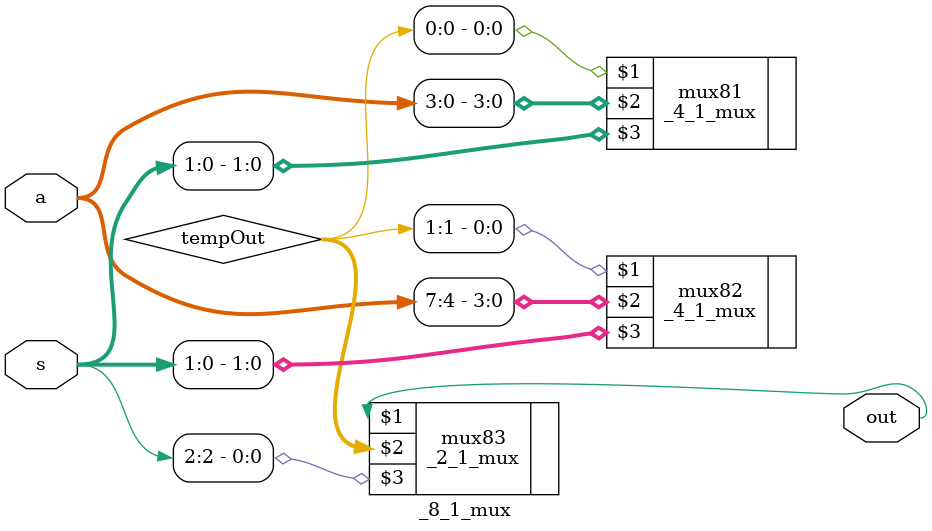
<source format=v>
module _8_1_mux(out,a,s);

input [7:0] a;
input [2:0] s;
output out;

wire [1:0] tempOut;

_4_1_mux mux81(tempOut[0],a[3:0],s[1:0]),
			mux82(tempOut[1],a[7:4],s[1:0]);
_2_1_mux mux83(out,tempOut,s[2]);

endmodule
</source>
